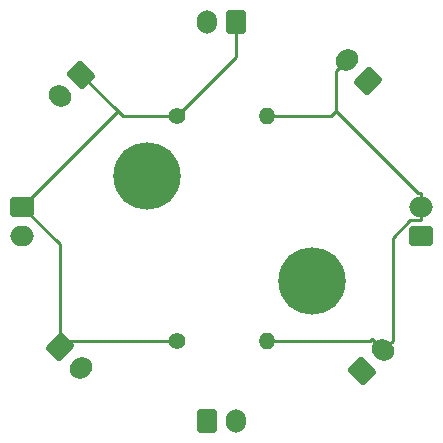
<source format=gbr>
G04 #@! TF.GenerationSoftware,KiCad,Pcbnew,7.0.2*
G04 #@! TF.CreationDate,2023-07-27T23:19:17+09:00*
G04 #@! TF.ProjectId,can_bus,63616e5f-6275-4732-9e6b-696361645f70,rev?*
G04 #@! TF.SameCoordinates,Original*
G04 #@! TF.FileFunction,Copper,L2,Bot*
G04 #@! TF.FilePolarity,Positive*
%FSLAX46Y46*%
G04 Gerber Fmt 4.6, Leading zero omitted, Abs format (unit mm)*
G04 Created by KiCad (PCBNEW 7.0.2) date 2023-07-27 23:19:17*
%MOMM*%
%LPD*%
G01*
G04 APERTURE LIST*
G04 Aperture macros list*
%AMRoundRect*
0 Rectangle with rounded corners*
0 $1 Rounding radius*
0 $2 $3 $4 $5 $6 $7 $8 $9 X,Y pos of 4 corners*
0 Add a 4 corners polygon primitive as box body*
4,1,4,$2,$3,$4,$5,$6,$7,$8,$9,$2,$3,0*
0 Add four circle primitives for the rounded corners*
1,1,$1+$1,$2,$3*
1,1,$1+$1,$4,$5*
1,1,$1+$1,$6,$7*
1,1,$1+$1,$8,$9*
0 Add four rect primitives between the rounded corners*
20,1,$1+$1,$2,$3,$4,$5,0*
20,1,$1+$1,$4,$5,$6,$7,0*
20,1,$1+$1,$6,$7,$8,$9,0*
20,1,$1+$1,$8,$9,$2,$3,0*%
%AMHorizOval*
0 Thick line with rounded ends*
0 $1 width*
0 $2 $3 position (X,Y) of the first rounded end (center of the circle)*
0 $4 $5 position (X,Y) of the second rounded end (center of the circle)*
0 Add line between two ends*
20,1,$1,$2,$3,$4,$5,0*
0 Add two circle primitives to create the rounded ends*
1,1,$1,$2,$3*
1,1,$1,$4,$5*%
G04 Aperture macros list end*
G04 #@! TA.AperFunction,ComponentPad*
%ADD10RoundRect,0.250000X0.106066X-0.954594X0.954594X-0.106066X-0.106066X0.954594X-0.954594X0.106066X0*%
G04 #@! TD*
G04 #@! TA.AperFunction,ComponentPad*
%ADD11HorizOval,1.700000X-0.106066X0.106066X0.106066X-0.106066X0*%
G04 #@! TD*
G04 #@! TA.AperFunction,ComponentPad*
%ADD12C,5.700000*%
G04 #@! TD*
G04 #@! TA.AperFunction,ComponentPad*
%ADD13RoundRect,0.250000X0.600000X0.750000X-0.600000X0.750000X-0.600000X-0.750000X0.600000X-0.750000X0*%
G04 #@! TD*
G04 #@! TA.AperFunction,ComponentPad*
%ADD14O,1.700000X2.000000*%
G04 #@! TD*
G04 #@! TA.AperFunction,ComponentPad*
%ADD15RoundRect,0.250000X0.954594X0.106066X0.106066X0.954594X-0.954594X-0.106066X-0.106066X-0.954594X0*%
G04 #@! TD*
G04 #@! TA.AperFunction,ComponentPad*
%ADD16HorizOval,1.700000X0.106066X0.106066X-0.106066X-0.106066X0*%
G04 #@! TD*
G04 #@! TA.AperFunction,ComponentPad*
%ADD17RoundRect,0.250000X-0.600000X-0.750000X0.600000X-0.750000X0.600000X0.750000X-0.600000X0.750000X0*%
G04 #@! TD*
G04 #@! TA.AperFunction,ComponentPad*
%ADD18RoundRect,0.250000X0.750000X-0.600000X0.750000X0.600000X-0.750000X0.600000X-0.750000X-0.600000X0*%
G04 #@! TD*
G04 #@! TA.AperFunction,ComponentPad*
%ADD19O,2.000000X1.700000*%
G04 #@! TD*
G04 #@! TA.AperFunction,ComponentPad*
%ADD20C,1.400000*%
G04 #@! TD*
G04 #@! TA.AperFunction,ComponentPad*
%ADD21O,1.400000X1.400000*%
G04 #@! TD*
G04 #@! TA.AperFunction,ComponentPad*
%ADD22RoundRect,0.250000X-0.954594X-0.106066X-0.106066X-0.954594X0.954594X0.106066X0.106066X0.954594X0*%
G04 #@! TD*
G04 #@! TA.AperFunction,ComponentPad*
%ADD23HorizOval,1.700000X-0.106066X-0.106066X0.106066X0.106066X0*%
G04 #@! TD*
G04 #@! TA.AperFunction,ComponentPad*
%ADD24RoundRect,0.250000X-0.106066X0.954594X-0.954594X0.106066X0.106066X-0.954594X0.954594X-0.106066X0*%
G04 #@! TD*
G04 #@! TA.AperFunction,ComponentPad*
%ADD25RoundRect,0.250000X-0.750000X0.600000X-0.750000X-0.600000X0.750000X-0.600000X0.750000X0.600000X0*%
G04 #@! TD*
G04 #@! TA.AperFunction,Conductor*
%ADD26C,0.250000*%
G04 #@! TD*
G04 APERTURE END LIST*
D10*
X138916600Y-78740000D03*
D11*
X140684367Y-76972233D03*
D12*
X120650000Y-62230000D03*
D13*
X128250000Y-49170000D03*
D14*
X125750000Y-49170000D03*
D15*
X139414400Y-54123400D03*
D16*
X137646633Y-52355633D03*
D17*
X125750000Y-82910000D03*
D14*
X128250000Y-82910000D03*
D18*
X143870000Y-67290000D03*
D19*
X143870000Y-64790000D03*
D20*
X123190000Y-76200000D03*
D21*
X130810000Y-76200000D03*
D20*
X123190000Y-57150000D03*
D21*
X130810000Y-57150000D03*
D12*
X134620000Y-71120000D03*
D22*
X113315600Y-76686600D03*
D23*
X115083367Y-78454367D03*
D24*
X115083400Y-53625600D03*
D11*
X113315633Y-55393367D03*
D25*
X110130000Y-64790000D03*
D19*
X110130000Y-67290000D03*
D26*
X113315600Y-76200000D02*
X123190000Y-76200000D01*
X110130000Y-64790000D02*
X113315600Y-67975600D01*
X128250000Y-52090000D02*
X123190000Y-57150000D01*
X118188900Y-56731100D02*
X110130000Y-64790000D01*
X113315600Y-67975600D02*
X113315600Y-76200000D01*
X123190000Y-57150000D02*
X118607800Y-57150000D01*
X113315600Y-76200000D02*
X113315600Y-76686600D01*
X128250000Y-49170000D02*
X128250000Y-52090000D01*
X118188900Y-56731100D02*
X115083400Y-53625600D01*
X118607800Y-57150000D02*
X118188900Y-56731100D01*
X137646600Y-52355600D02*
X136709500Y-53292700D01*
X139582400Y-76200000D02*
X139747300Y-76035100D01*
X136230000Y-57150000D02*
X136709500Y-56670500D01*
X141515400Y-67438400D02*
X141515400Y-76141200D01*
X140684400Y-76972200D02*
X139747300Y-76035100D01*
X130810000Y-76200000D02*
X139582400Y-76200000D01*
X136709500Y-56670500D02*
X143653700Y-63614700D01*
X143870000Y-64790000D02*
X143870000Y-65965300D01*
X143870000Y-65965300D02*
X142988500Y-65965300D01*
X142988500Y-65965300D02*
X141515400Y-67438400D01*
X140684400Y-76972200D02*
X141515400Y-76141200D01*
X136709500Y-56670500D02*
X136709500Y-53292700D01*
X130810000Y-57150000D02*
X131322700Y-57150000D01*
X143870000Y-64790000D02*
X143870000Y-63614700D01*
X143653700Y-63614700D02*
X143870000Y-63614700D01*
X131322700Y-57150000D02*
X136230000Y-57150000D01*
M02*

</source>
